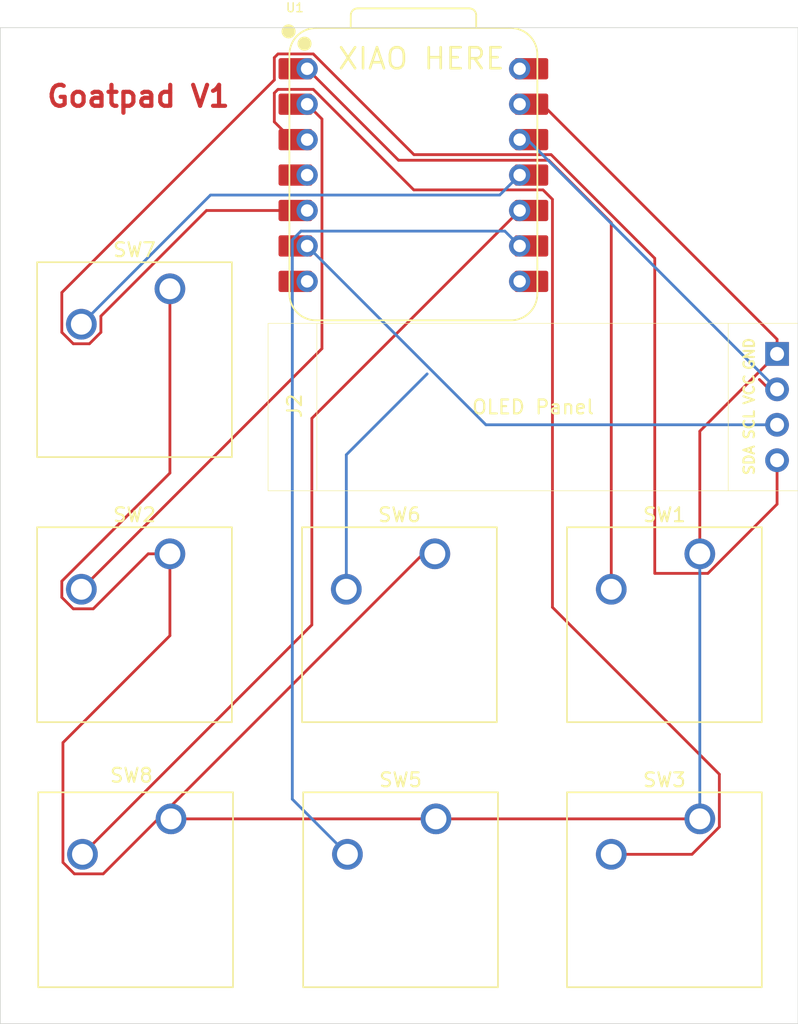
<source format=kicad_pcb>
(kicad_pcb (version 20241229) (generator "pcbnew") (generator_version "9.0")
  (layers (0 "F.Cu" signal) (2 "B.Cu" signal) (13 "F.Paste" user) (15 "B.Paste" user) (5 "F.SilkS" user "F.Silkscreen") (7 "B.SilkS" user "B.Silkscreen") (1 "F.Mask" user) (3 "B.Mask" user) (25 "Edge.Cuts" user))
  (net 0 "")
  (net 1 "Net-(J2-Pin_3)")
  (net 2 "Net-(J2-Pin_1)")
  (net 3 "Net-(J2-Pin_4)")
  (net 4 "Net-(J2-Pin_2)")
  (net 5 "Net-(U1-GPIO26{slash}ADC0{slash}A0)")
  (net 6 "Net-(U1-GPIO27{slash}ADC1{slash}A1)")
  (net 7 "Net-(U1-GPIO28{slash}ADC2{slash}A2)")
  (net 8 "Net-(U1-GPIO2{slash}SCK)")
  (net 9 "Net-(U1-GPIO1{slash}RX)")
  (net 10 "Net-(U1-GPIO3{slash}MOSI)")
  (net 11 "Net-(U1-GPIO4{slash}MISO)")
  (footprint "Button_Switch_Keyboard:SW_Cherry_MX_1.00u_PCB" (layer "F.Cu") (at 168.46 72.92)
    (property "Reference" "SW6" (at -2.54 -2.794 0) (layer "F.SilkS"))
    (property "Value" "SW_Push")
    (fp_line (start -9.525 -1.905) (end 4.445 -1.905) (stroke (width 0.12)) (layer "F.SilkS"))
    (fp_line (start -9.525 12.065) (end -9.525 -1.905) (stroke (width 0.12)) (layer "F.SilkS"))
    (fp_line (start 4.445 -1.905) (end 4.445 12.065) (stroke (width 0.12)) (layer "F.SilkS"))
    (fp_line (start 4.445 12.065) (end -9.525 12.065) (stroke (width 0.12)) (layer "F.SilkS"))
    (pad "" np_thru_hole circle (at -7.62 5.08) (size 1.7 1.7) (drill 1.7) (layers "*.Cu" "*.Mask"))
    (pad "" np_thru_hole circle (at -2.54 5.08) (size 4 4) (drill 4) (layers "*.Cu" "*.Mask"))
    (pad "" np_thru_hole circle (at 2.54 5.08) (size 1.7 1.7) (drill 1.7) (layers "*.Cu" "*.Mask"))
    (pad "1" thru_hole circle (at 0 0) (size 2.2 2.2) (drill 1.5) (layers "*.Cu" "*.Mask") (net 2 "Net-(J2-Pin_1)"))
    (pad "2" thru_hole circle (at -6.35 2.54) (size 2.2 2.2) (drill 1.5) (layers "*.Cu" "*.Mask") (net 9 "Net-(U1-GPIO1{slash}RX)"))
  )
  (footprint "Button_Switch_Keyboard:SW_Cherry_MX_1.00u_PCB" (layer "F.Cu") (at 149.46 72.92)
    (property "Reference" "SW2" (at -2.54 -2.794 0) (layer "F.SilkS"))
    (property "Value" "SW_Push")
    (fp_line (start -9.525 -1.905) (end 4.445 -1.905) (stroke (width 0.12)) (layer "F.SilkS"))
    (fp_line (start -9.525 12.065) (end -9.525 -1.905) (stroke (width 0.12)) (layer "F.SilkS"))
    (fp_line (start 4.445 -1.905) (end 4.445 12.065) (stroke (width 0.12)) (layer "F.SilkS"))
    (fp_line (start 4.445 12.065) (end -9.525 12.065) (stroke (width 0.12)) (layer "F.SilkS"))
    (pad "" np_thru_hole circle (at -7.62 5.08) (size 1.7 1.7) (drill 1.7) (layers "*.Cu" "*.Mask"))
    (pad "" np_thru_hole circle (at -2.54 5.08) (size 4 4) (drill 4) (layers "*.Cu" "*.Mask"))
    (pad "" np_thru_hole circle (at 2.54 5.08) (size 1.7 1.7) (drill 1.7) (layers "*.Cu" "*.Mask"))
    (pad "1" thru_hole circle (at 0 0) (size 2.2 2.2) (drill 1.5) (layers "*.Cu" "*.Mask") (net 2 "Net-(J2-Pin_1)"))
    (pad "2" thru_hole circle (at -6.35 2.54) (size 2.2 2.2) (drill 1.5) (layers "*.Cu" "*.Mask") (net 6 "Net-(U1-GPIO27{slash}ADC1{slash}A1)"))
  )
  (footprint "xaiorp2040:XIAO-RP2040-DIP" (layer "F.Cu") (at 166.92 45.7685)
    (property "Reference" "U1" (at -8.5 -12 0) (layer "F.SilkS") (effects (font (size 0.635 0.635) (thickness 0.1016))))
    (property "Value" "XIAO-RP2040-DIP")
    (fp_line (start -8.89 8.509) (end -8.89 -8.636) (stroke (width 0.127)) (layer "F.SilkS"))
    (fp_line (start -6.985 10.414) (end 6.985 10.414) (stroke (width 0.127)) (layer "F.SilkS"))
    (fp_line (start -4.495 -10.541) (end -4.491272 -11.451272) (stroke (width 0.127)) (layer "F.SilkS"))
    (fp_line (start -3.991272 -11.951) (end 4.004 -11.951) (stroke (width 0.127)) (layer "F.SilkS"))
    (fp_line (start 4.504 -11.451) (end 4.504 -10.541) (stroke (width 0.127)) (layer "F.SilkS"))
    (fp_line (start 6.985 -10.541) (end -6.985 -10.541) (stroke (width 0.1)) (layer "F.SilkS"))
    (fp_line (start 6.985 -10.541) (end -6.985 -10.541) (stroke (width 0.127)) (layer "F.SilkS"))
    (fp_line (start 8.89 8.509) (end 8.89 -8.636) (stroke (width 0.127)) (layer "F.SilkS"))
    (fp_arc (start -8.89 -8.636) (mid -8.332038 -9.983038) (end -6.985 -10.541) (stroke (width 0.127)) (layer "F.SilkS"))
    (fp_arc (start -6.985 10.414) (mid -8.332038 9.856038) (end -8.89 8.509) (stroke (width 0.127)) (layer "F.SilkS"))
    (fp_arc (start -4.491272 -11.451272) (mid -4.344728 -11.80464) (end -3.991272 -11.951) (stroke (width 0.127)) (layer "F.SilkS"))
    (fp_arc (start 4.004 -11.951) (mid 4.357553 -11.804553) (end 4.504 -11.451) (stroke (width 0.127)) (layer "F.SilkS"))
    (fp_arc (start 6.985 -10.541) (mid 8.332038 -9.983038) (end 8.89 -8.636) (stroke (width 0.127)) (layer "F.SilkS"))
    (fp_arc (start 8.89 8.509) (mid 8.332038 9.856038) (end 6.985 10.414) (stroke (width 0.127)) (layer "F.SilkS"))
    (fp_circle (center -8.95 -10.3) (end -8.95 -10.554) (stroke (width 0.5)) (fill yes) (layer "F.SilkS"))
    (fp_circle (center -7.807 -9.42) (end -7.807 -9.674) (stroke (width 0.5)) (fill yes) (layer "F.SilkS"))
    (pad "1" smd roundrect (at -8.455 -7.62 180) (size 2.432 1.524) (layers "F.Cu" "F.Mask") (roundrect_rratio 0.1) (net 5 "Net-(U1-GPIO26{slash}ADC0{slash}A0)"))
    (pad "1" thru_hole circle (at -7.62 -7.62 180) (size 1.524 1.524) (drill 0.889) (layers "*.Cu" "*.Mask") (net 5 "Net-(U1-GPIO26{slash}ADC0{slash}A0)"))
    (pad "2" smd roundrect (at -8.455 -5.08 180) (size 2.432 1.524) (layers "F.Cu" "F.Mask") (roundrect_rratio 0.1) (net 6 "Net-(U1-GPIO27{slash}ADC1{slash}A1)"))
    (pad "2" thru_hole circle (at -7.62 -5.08 180) (size 1.524 1.524) (drill 0.889) (layers "*.Cu" "*.Mask") (net 6 "Net-(U1-GPIO27{slash}ADC1{slash}A1)"))
    (pad "3" smd roundrect (at -8.455 -2.54 180) (size 2.432 1.524) (layers "F.Cu" "F.Mask") (roundrect_rratio 0.1) (net 7 "Net-(U1-GPIO28{slash}ADC2{slash}A2)"))
    (pad "3" thru_hole circle (at -7.62 -2.54 180) (size 1.524 1.524) (drill 0.889) (layers "*.Cu" "*.Mask") (net 7 "Net-(U1-GPIO28{slash}ADC2{slash}A2)"))
    (pad "4" smd roundrect (at -8.455 0 180) (size 2.432 1.524) (layers "F.Cu" "F.Mask") (roundrect_rratio 0.1))
    (pad "4" thru_hole circle (at -7.62 0 180) (size 1.524 1.524) (drill 0.889) (layers "*.Cu" "*.Mask"))
    (pad "5" smd roundrect (at -8.455 2.54 180) (size 2.432 1.524) (layers "F.Cu" "F.Mask") (roundrect_rratio 0.1) (net 3 "Net-(J2-Pin_4)"))
    (pad "5" thru_hole circle (at -7.62 2.54 180) (size 1.524 1.524) (drill 0.889) (layers "*.Cu" "*.Mask") (net 3 "Net-(J2-Pin_4)"))
    (pad "6" smd roundrect (at -8.455 5.08 180) (size 2.432 1.524) (layers "F.Cu" "F.Mask") (roundrect_rratio 0.1) (net 1 "Net-(J2-Pin_3)"))
    (pad "6" thru_hole circle (at -7.62 5.08 180) (size 1.524 1.524) (drill 0.889) (layers "*.Cu" "*.Mask") (net 1 "Net-(J2-Pin_3)"))
    (pad "7" smd roundrect (at -8.455 7.62 180) (size 2.432 1.524) (layers "F.Cu" "F.Mask") (roundrect_rratio 0.1))
    (pad "7" thru_hole circle (at -7.62 7.62 180) (size 1.524 1.524) (drill 0.889) (layers "*.Cu" "*.Mask"))
    (pad "8" thru_hole circle (at 7.62 7.62) (size 1.524 1.524) (drill 0.889) (layers "*.Cu" "*.Mask") (net 9 "Net-(U1-GPIO1{slash}RX)"))
    (pad "8" smd roundrect (at 8.455 7.62) (size 2.432 1.524) (layers "F.Cu" "F.Mask") (roundrect_rratio 0.1) (net 9 "Net-(U1-GPIO1{slash}RX)"))
    (pad "9" thru_hole circle (at 7.62 5.08) (size 1.524 1.524) (drill 0.889) (layers "*.Cu" "*.Mask") (net 8 "Net-(U1-GPIO2{slash}SCK)"))
    (pad "9" smd roundrect (at 8.455 5.08) (size 2.432 1.524) (layers "F.Cu" "F.Mask") (roundrect_rratio 0.1) (net 8 "Net-(U1-GPIO2{slash}SCK)"))
    (pad "10" thru_hole circle (at 7.62 2.54) (size 1.524 1.524) (drill 0.889) (layers "*.Cu" "*.Mask") (net 11 "Net-(U1-GPIO4{slash}MISO)"))
    (pad "10" smd roundrect (at 8.455 2.54) (size 2.432 1.524) (layers "F.Cu" "F.Mask") (roundrect_rratio 0.1) (net 11 "Net-(U1-GPIO4{slash}MISO)"))
    (pad "11" thru_hole circle (at 7.62 0) (size 1.524 1.524) (drill 0.889) (layers "*.Cu" "*.Mask") (net 10 "Net-(U1-GPIO3{slash}MOSI)"))
    (pad "11" smd roundrect (at 8.455 0) (size 2.432 1.524) (layers "F.Cu" "F.Mask") (roundrect_rratio 0.1) (net 10 "Net-(U1-GPIO3{slash}MOSI)"))
    (pad "12" thru_hole circle (at 7.62 -2.54) (size 1.524 1.524) (drill 0.889) (layers "*.Cu" "*.Mask") (net 4 "Net-(J2-Pin_2)"))
    (pad "12" smd roundrect (at 8.455 -2.54) (size 2.432 1.524) (layers "F.Cu" "F.Mask") (roundrect_rratio 0.1) (net 4 "Net-(J2-Pin_2)"))
    (pad "13" thru_hole circle (at 7.62 -5.08) (size 1.524 1.524) (drill 0.889) (layers "*.Cu" "*.Mask") (net 2 "Net-(J2-Pin_1)"))
    (pad "13" smd roundrect (at 8.455 -5.08) (size 2.432 1.524) (layers "F.Cu" "F.Mask") (roundrect_rratio 0.1) (net 2 "Net-(J2-Pin_1)"))
    (pad "14" thru_hole circle (at 7.62 -7.62) (size 1.524 1.524) (drill 0.889) (layers "*.Cu" "*.Mask"))
    (pad "14" smd roundrect (at 8.455 -7.62) (size 2.432 1.524) (layers "F.Cu" "F.Mask") (roundrect_rratio 0.1))
  )
  (footprint "Button_Switch_Keyboard:SW_Cherry_MX_1.00u_PCB" (layer "F.Cu") (at 187.46 91.92)
    (property "Reference" "SW3" (at -2.54 -2.794 0) (layer "F.SilkS"))
    (property "Value" "SW_Push")
    (fp_line (start -9.525 -1.905) (end 4.445 -1.905) (stroke (width 0.12)) (layer "F.SilkS"))
    (fp_line (start -9.525 12.065) (end -9.525 -1.905) (stroke (width 0.12)) (layer "F.SilkS"))
    (fp_line (start 4.445 -1.905) (end 4.445 12.065) (stroke (width 0.12)) (layer "F.SilkS"))
    (fp_line (start 4.445 12.065) (end -9.525 12.065) (stroke (width 0.12)) (layer "F.SilkS"))
    (pad "" np_thru_hole circle (at -7.62 5.08) (size 1.7 1.7) (drill 1.7) (layers "*.Cu" "*.Mask"))
    (pad "" np_thru_hole circle (at -2.54 5.08) (size 4 4) (drill 4) (layers "*.Cu" "*.Mask"))
    (pad "" np_thru_hole circle (at 2.54 5.08) (size 1.7 1.7) (drill 1.7) (layers "*.Cu" "*.Mask"))
    (pad "1" thru_hole circle (at 0 0) (size 2.2 2.2) (drill 1.5) (layers "*.Cu" "*.Mask") (net 2 "Net-(J2-Pin_1)"))
    (pad "2" thru_hole circle (at -6.35 2.54) (size 2.2 2.2) (drill 1.5) (layers "*.Cu" "*.Mask") (net 7 "Net-(U1-GPIO28{slash}ADC2{slash}A2)"))
  )
  (footprint "Button_Switch_Keyboard:SW_Cherry_MX_1.00u_PCB" (layer "F.Cu") (at 149.46 53.92)
    (property "Reference" "SW7" (at -2.54 -2.794 0) (layer "F.SilkS"))
    (property "Value" "SW_Push")
    (fp_line (start -9.525 -1.905) (end 4.445 -1.905) (stroke (width 0.12)) (layer "F.SilkS"))
    (fp_line (start -9.525 12.065) (end -9.525 -1.905) (stroke (width 0.12)) (layer "F.SilkS"))
    (fp_line (start 4.445 -1.905) (end 4.445 12.065) (stroke (width 0.12)) (layer "F.SilkS"))
    (fp_line (start 4.445 12.065) (end -9.525 12.065) (stroke (width 0.12)) (layer "F.SilkS"))
    (pad "" np_thru_hole circle (at -7.62 5.08) (size 1.7 1.7) (drill 1.7) (layers "*.Cu" "*.Mask"))
    (pad "" np_thru_hole circle (at -2.54 5.08) (size 4 4) (drill 4) (layers "*.Cu" "*.Mask"))
    (pad "" np_thru_hole circle (at 2.54 5.08) (size 1.7 1.7) (drill 1.7) (layers "*.Cu" "*.Mask"))
    (pad "1" thru_hole circle (at 0 0) (size 2.2 2.2) (drill 1.5) (layers "*.Cu" "*.Mask") (net 2 "Net-(J2-Pin_1)"))
    (pad "2" thru_hole circle (at -6.35 2.54) (size 2.2 2.2) (drill 1.5) (layers "*.Cu" "*.Mask") (net 10 "Net-(U1-GPIO3{slash}MOSI)"))
  )
  (footprint "Button_Switch_Keyboard:SW_Cherry_MX_1.00u_PCB" (layer "F.Cu") (at 168.54 91.92)
    (property "Reference" "SW5" (at -2.54 -2.794 0) (layer "F.SilkS"))
    (property "Value" "SW_Push")
    (fp_line (start -9.525 -1.905) (end 4.445 -1.905) (stroke (width 0.12)) (layer "F.SilkS"))
    (fp_line (start -9.525 12.065) (end -9.525 -1.905) (stroke (width 0.12)) (layer "F.SilkS"))
    (fp_line (start 4.445 -1.905) (end 4.445 12.065) (stroke (width 0.12)) (layer "F.SilkS"))
    (fp_line (start 4.445 12.065) (end -9.525 12.065) (stroke (width 0.12)) (layer "F.SilkS"))
    (pad "" np_thru_hole circle (at -7.62 5.08) (size 1.7 1.7) (drill 1.7) (layers "*.Cu" "*.Mask"))
    (pad "" np_thru_hole circle (at -2.54 5.08) (size 4 4) (drill 4) (layers "*.Cu" "*.Mask"))
    (pad "" np_thru_hole circle (at 2.54 5.08) (size 1.7 1.7) (drill 1.7) (layers "*.Cu" "*.Mask"))
    (pad "1" thru_hole circle (at 0 0) (size 2.2 2.2) (drill 1.5) (layers "*.Cu" "*.Mask") (net 2 "Net-(J2-Pin_1)"))
    (pad "2" thru_hole circle (at -6.35 2.54) (size 2.2 2.2) (drill 1.5) (layers "*.Cu" "*.Mask") (net 8 "Net-(U1-GPIO2{slash}SCK)"))
  )
  (footprint "Button_Switch_Keyboard:SW_Cherry_MX_1.00u_PCB" (layer "F.Cu") (at 149.54 91.92)
    (property "Reference" "SW8" (at -2.84 -3.12 0) (layer "F.SilkS"))
    (property "Value" "SW_Push")
    (fp_line (start -9.525 -1.905) (end 4.445 -1.905) (stroke (width 0.12)) (layer "F.SilkS"))
    (fp_line (start -9.525 12.065) (end -9.525 -1.905) (stroke (width 0.12)) (layer "F.SilkS"))
    (fp_line (start 4.445 -1.905) (end 4.445 12.065) (stroke (width 0.12)) (layer "F.SilkS"))
    (fp_line (start 4.445 12.065) (end -9.525 12.065) (stroke (width 0.12)) (layer "F.SilkS"))
    (pad "" np_thru_hole circle (at -7.62 5.08) (size 1.7 1.7) (drill 1.7) (layers "*.Cu" "*.Mask"))
    (pad "" np_thru_hole circle (at -2.54 5.08) (size 4 4) (drill 4) (layers "*.Cu" "*.Mask"))
    (pad "" np_thru_hole circle (at 2.54 5.08) (size 1.7 1.7) (drill 1.7) (layers "*.Cu" "*.Mask"))
    (pad "1" thru_hole circle (at 0 0) (size 2.2 2.2) (drill 1.5) (layers "*.Cu" "*.Mask") (net 2 "Net-(J2-Pin_1)"))
    (pad "2" thru_hole circle (at -6.35 2.54) (size 2.2 2.2) (drill 1.5) (layers "*.Cu" "*.Mask") (net 11 "Net-(U1-GPIO4{slash}MISO)"))
  )
  (footprint "OLED 0.91:SSD1306-0.91-OLED-4pin-128x32" (layer "F.Cu") (at 156.5 56.4)
    (property "Reference" "J2" (at 1.9 5.91 90) (layer "F.SilkS"))
    (property "Value" "Conn_01x04")
    (fp_line (start 0 0) (end 0 12) (stroke (width 0.04)) (layer "F.SilkS"))
    (fp_line (start 0 12) (end 38 12) (stroke (width 0.04)) (layer "F.SilkS"))
    (fp_line (start 3.5 0) (end 3.5 12) (stroke (width 0.04)) (layer "F.SilkS"))
    (fp_line (start 33 0) (end 33 12) (stroke (width 0.04)) (layer "F.SilkS"))
    (fp_line (start 38 0) (end 0 0) (stroke (width 0.04)) (layer "F.SilkS"))
    (fp_line (start 38 12) (end 38 0) (stroke (width 0.04)) (layer "F.SilkS"))
    (fp_text user "GND" (at 34.5 2.19 270) (layer "F.SilkS") (effects (font (size 0.75 0.75))))
    (fp_text user "OLED Panel" (at 19 6 0) (layer "F.SilkS"))
    (fp_text user "SCL" (at 34.5 7.27 270) (layer "F.SilkS") (effects (font (size 0.75 0.75))))
    (fp_text user "SDA" (at 34.5 9.81 270) (layer "F.SilkS") (effects (font (size 0.75 0.75))))
    (fp_text user "VCC" (at 34.5 4.73 270) (layer "F.SilkS") (effects (font (size 0.75 0.75))))
    (pad "1" thru_hole rect (at 36.5 2.19) (size 1.7 1.7) (drill 1) (layers "*.Cu" "*.Mask") (net 2 "Net-(J2-Pin_1)"))
    (pad "2" thru_hole oval (at 36.5 4.73) (size 1.7 1.7) (drill 1) (layers "*.Cu" "*.Mask") (net 4 "Net-(J2-Pin_2)"))
    (pad "3" thru_hole oval (at 36.5 7.27) (size 1.7 1.7) (drill 1) (layers "*.Cu" "*.Mask") (net 1 "Net-(J2-Pin_3)"))
    (pad "4" thru_hole oval (at 36.5 9.81) (size 1.7 1.7) (drill 1) (layers "*.Cu" "*.Mask") (net 3 "Net-(J2-Pin_4)"))
  )
  (footprint "Button_Switch_Keyboard:SW_Cherry_MX_1.00u_PCB" (layer "F.Cu") (at 187.46 72.92)
    (property "Reference" "SW1" (at -2.54 -2.794 0) (layer "F.SilkS"))
    (property "Value" "SW_Push")
    (fp_line (start -9.525 -1.905) (end 4.445 -1.905) (stroke (width 0.12)) (layer "F.SilkS"))
    (fp_line (start -9.525 12.065) (end -9.525 -1.905) (stroke (width 0.12)) (layer "F.SilkS"))
    (fp_line (start 4.445 -1.905) (end 4.445 12.065) (stroke (width 0.12)) (layer "F.SilkS"))
    (fp_line (start 4.445 12.065) (end -9.525 12.065) (stroke (width 0.12)) (layer "F.SilkS"))
    (pad "" np_thru_hole circle (at -7.62 5.08) (size 1.7 1.7) (drill 1.7) (layers "*.Cu" "*.Mask"))
    (pad "" np_thru_hole circle (at -2.54 5.08) (size 4 4) (drill 4) (layers "*.Cu" "*.Mask"))
    (pad "" np_thru_hole circle (at 2.54 5.08) (size 1.7 1.7) (drill 1.7) (layers "*.Cu" "*.Mask"))
    (pad "1" thru_hole circle (at 0 0) (size 2.2 2.2) (drill 1.5) (layers "*.Cu" "*.Mask") (net 2 "Net-(J2-Pin_1)"))
    (pad "2" thru_hole circle (at -6.35 2.54) (size 2.2 2.2) (drill 1.5) (layers "*.Cu" "*.Mask") (net 5 "Net-(U1-GPIO26{slash}ADC0{slash}A0)"))
  )
  (gr_rect (start 137.3 35.2) (end 194.5 106.6) (stroke (width 0.05)) (fill no) (layer "Edge.Cuts"))
  (gr_text "Goatpad V1" (at 140.5 41 0) (layer "F.Cu") (effects (font (size 1.5 1.5) (thickness 0.3) (bold yes)) (justify left bottom)))
  (gr_text "XIAO HERE" (at 161.4 38.3 0) (layer "F.SilkS") (effects (font (size 1.5 1.5) (thickness 0.1875)) (justify left bottom)))
  (segment (start 172.1215 63.67) (end 159.3 50.8485) (width 0.2) (layer "B.Cu") (net 1))
  (segment (start 193 63.67) (end 172.1215 63.67) (width 0.2) (layer "B.Cu") (net 1))
  (segment (start 168.46 72.92) (end 167.61847 72.92) (width 0.2) (layer "F.Cu") (net 2))
  (segment (start 142.529686 76.861) (end 143.963366 76.861) (width 0.2) (layer "F.Cu") (net 2))
  (segment (start 144.67747 95.861) (end 142.609686 95.861) (width 0.2) (layer "F.Cu") (net 2))
  (segment (start 141.709 76.040314) (end 142.529686 76.861) (width 0.2) (layer "F.Cu") (net 2))
  (segment (start 149.46 78.784816) (end 149.46 72.92) (width 0.2) (layer "F.Cu") (net 2))
  (segment (start 187.46 72.92) (end 187.46 64.13) (width 0.2) (layer "F.Cu") (net 2))
  (segment (start 142.609686 95.861) (end 141.789 95.040314) (width 0.2) (layer "F.Cu") (net 2))
  (segment (start 149.54 91.92) (end 168.54 91.92) (width 0.2) (layer "F.Cu") (net 2))
  (segment (start 141.789 95.040314) (end 141.789 86.455816) (width 0.2) (layer "F.Cu") (net 2))
  (segment (start 143.963366 76.861) (end 147.904366 72.92) (width 0.2) (layer "F.Cu") (net 2))
  (segment (start 149.46 67.128686) (end 141.709 74.879686) (width 0.2) (layer "F.Cu") (net 2))
  (segment (start 193 58.59) (end 193 57.54) (width 0.2) (layer "F.Cu") (net 2))
  (segment (start 141.789 86.455816) (end 149.46 78.784816) (width 0.2) (layer "F.Cu") (net 2))
  (segment (start 168.54 91.92) (end 187.46 91.92) (width 0.2) (layer "F.Cu") (net 2))
  (segment (start 149.46 53.92) (end 149.46 67.128686) (width 0.2) (layer "F.Cu") (net 2))
  (segment (start 187.46 64.13) (end 193 58.59) (width 0.2) (layer "F.Cu") (net 2))
  (segment (start 176.1485 40.6885) (end 174.54 40.6885) (width 0.2) (layer "F.Cu") (net 2))
  (segment (start 167.61847 72.92) (end 144.67747 95.861) (width 0.2) (layer "F.Cu") (net 2))
  (segment (start 193 57.54) (end 176.1485 40.6885) (width 0.2) (layer "F.Cu") (net 2))
  (segment (start 141.709 74.879686) (end 141.709 76.040314) (width 0.2) (layer "F.Cu") (net 2))
  (segment (start 147.904366 72.92) (end 149.46 72.92) (width 0.2) (layer "F.Cu") (net 2))
  (segment (start 187.46 91.92) (end 187.46 72.92) (width 0.2) (layer "B.Cu") (net 2))
  (segment (start 166.95931 44.3045) (end 159.74031 37.0855) (width 0.2) (layer "F.Cu") (net 3))
  (segment (start 143.690314 57.861) (end 144.511 57.040314) (width 0.2) (layer "F.Cu") (net 3))
  (segment (start 193 69.361314) (end 188.040314 74.321) (width 0.2) (layer "F.Cu") (net 3))
  (segment (start 156.948 37.346874) (end 156.948 38.950126) (width 0.2) (layer "F.Cu") (net 3))
  (segment (start 156.948 38.950126) (end 141.709 54.189126) (width 0.2) (layer "F.Cu") (net 3))
  (segment (start 141.709 54.189126) (end 141.709 57.040314) (width 0.2) (layer "F.Cu") (net 3))
  (segment (start 184.230314 51.738088) (end 176.796726 44.3045) (width 0.2) (layer "F.Cu") (net 3))
  (segment (start 159.74031 37.0855) (end 157.209374 37.0855) (width 0.2) (layer "F.Cu") (net 3))
  (segment (start 144.511 55.879686) (end 152.082186 48.3085) (width 0.2) (layer "F.Cu") (net 3))
  (segment (start 193 66.21) (end 193 69.361314) (width 0.2) (layer "F.Cu") (net 3))
  (segment (start 176.796726 44.3045) (end 166.95931 44.3045) (width 0.2) (layer "F.Cu") (net 3))
  (segment (start 141.709 57.040314) (end 142.529686 57.861) (width 0.2) (layer "F.Cu") (net 3))
  (segment (start 157.209374 37.0855) (end 156.948 37.346874) (width 0.2) (layer "F.Cu") (net 3))
  (segment (start 152.082186 48.3085) (end 159.3 48.3085) (width 0.2) (layer "F.Cu") (net 3))
  (segment (start 184.230314 74.321) (end 184.230314 51.738088) (width 0.2) (layer "F.Cu") (net 3))
  (segment (start 142.529686 57.861) (end 143.690314 57.861) (width 0.2) (layer "F.Cu") (net 3))
  (segment (start 144.511 57.040314) (end 144.511 55.879686) (width 0.2) (layer "F.Cu") (net 3))
  (segment (start 188.040314 74.321) (end 184.230314 74.321) (width 0.2) (layer "F.Cu") (net 3))
  (segment (start 193 61.13) (end 192.4415 61.13) (width 0.2) (layer "F.Cu") (net 4))
  (segment (start 192.4415 61.13) (end 191.7343 60.4228) (width 0.2) (layer "F.Cu") (net 4))
  (segment (start 175.0985 43.2285) (end 174.54 43.2285) (width 0.2) (layer "B.Cu") (net 4))
  (segment (start 193 61.13) (end 175.0985 43.2285) (width 0.2) (layer "B.Cu") (net 4))
  (segment (start 176.630626 44.7055) (end 181.11 49.184874) (width 0.2) (layer "F.Cu") (net 5))
  (segment (start 165.857 44.7055) (end 176.630626 44.7055) (width 0.2) (layer "F.Cu") (net 5))
  (segment (start 181.11 49.184874) (end 181.11 75.46) (width 0.2) (layer "F.Cu") (net 5))
  (segment (start 159.3 38.1485) (end 165.857 44.7055) (width 0.2) (layer "F.Cu") (net 5))
  (segment (start 160.363 58.207) (end 160.363 41.7515) (width 0.2) (layer "F.Cu") (net 6))
  (segment (start 160.363 41.7515) (end 159.3 40.6885) (width 0.2) (layer "F.Cu") (net 6))
  (segment (start 143.11 75.46) (end 160.363 58.207) (width 0.2) (layer "F.Cu") (net 6))
  (segment (start 188.861 88.71947) (end 176.892 76.75047) (width 0.2) (layer "F.Cu") (net 7))
  (segment (start 181.11 94.46) (end 186.901314 94.46) (width 0.2) (layer "F.Cu") (net 7))
  (segment (start 156.948 41.95413) (end 158.22237 43.2285) (width 0.2) (layer "F.Cu") (net 7))
  (segment (start 188.861 92.500314) (end 188.861 88.71947) (width 0.2) (layer "F.Cu") (net 7))
  (segment (start 176.216626 46.8315) (end 166.94631 46.8315) (width 0.2) (layer "F.Cu") (net 7))
  (segment (start 156.948 39.886874) (end 156.948 41.95413) (width 0.2) (layer "F.Cu") (net 7))
  (segment (start 159.74031 39.6255) (end 157.209374 39.6255) (width 0.2) (layer "F.Cu") (net 7))
  (segment (start 176.892 47.506874) (end 176.216626 46.8315) (width 0.2) (layer "F.Cu") (net 7))
  (segment (start 176.892 76.75047) (end 176.892 47.506874) (width 0.2) (layer "F.Cu") (net 7))
  (segment (start 158.22237 43.2285) (end 159.3 43.2285) (width 0.2) (layer "F.Cu") (net 7))
  (segment (start 166.94631 46.8315) (end 159.74031 39.6255) (width 0.2) (layer "F.Cu") (net 7))
  (segment (start 157.209374 39.6255) (end 156.948 39.886874) (width 0.2) (layer "F.Cu") (net 7))
  (segment (start 186.901314 94.46) (end 188.861 92.500314) (width 0.2) (layer "F.Cu") (net 7))
  (segment (start 173.477 49.7855) (end 174.54 50.8485) (width 0.2) (layer "B.Cu") (net 8))
  (segment (start 158.237 90.507) (end 158.237 50.40819) (width 0.2) (layer "B.Cu") (net 8))
  (segment (start 158.237 50.40819) (end 158.85969 49.7855) (width 0.2) (layer "B.Cu") (net 8))
  (segment (start 158.85969 49.7855) (end 173.477 49.7855) (width 0.2) (layer "B.Cu") (net 8))
  (segment (start 162.19 94.46) (end 158.237 90.507) (width 0.2) (layer "B.Cu") (net 8))
  (segment (start 162.11 65.8185) (end 167.90645 60.02205) (width 0.2) (layer "B.Cu") (net 9))
  (segment (start 162.11 75.46) (end 162.11 65.8185) (width 0.2) (layer "B.Cu") (net 9))
  (segment (start 173.1085 47.2) (end 174.54 45.7685) (width 0.2) (layer "B.Cu") (net 10))
  (segment (start 143.11 56.46) (end 152.37 47.2) (width 0.2) (layer "B.Cu") (net 10))
  (segment (start 152.37 47.2) (end 173.1085 47.2) (width 0.2) (layer "B.Cu") (net 10))
  (segment (start 159.639 78.011) (end 143.19 94.46) (width 0.2) (layer "F.Cu") (net 11))
  (segment (start 159.639 63.2095) (end 159.639 78.011) (width 0.2) (layer "F.Cu") (net 11))
  (segment (start 174.54 48.3085) (end 159.639 63.2095) (width 0.2) (layer "F.Cu") (net 11))
)
</source>
